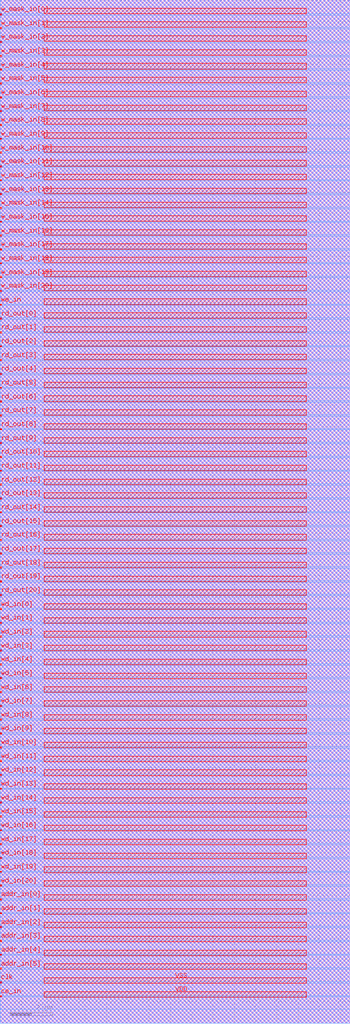
<source format=lef>
VERSION 5.7 ;
BUSBITCHARS "[]" ;
MACRO fakeram45_64x21
  FOREIGN fakeram45_64x21 0 0 ;
  SYMMETRY X Y R90 ;
  SIZE 16.446 BY 48.023 ;
  CLASS BLOCK ;
  PIN w_mask_in[0]
    DIRECTION INPUT ;
    USE SIGNAL ;
    SHAPE ABUTMENT ;
    PORT
      LAYER metal1 ;
      RECT 0.000 47.308 0.065 47.373 ;
      LAYER metal2 ;
      RECT 0.000 47.308 0.065 47.373 ;
      LAYER metal3 ;
      RECT 0.000 47.308 0.065 47.373 ;
      LAYER metal4 ;
      RECT 0.000 47.308 0.065 47.373 ;
      END
    END w_mask_in[0]
  PIN w_mask_in[1]
    DIRECTION INPUT ;
    USE SIGNAL ;
    SHAPE ABUTMENT ;
    PORT
      LAYER metal1 ;
      RECT 0.000 46.659 0.065 46.724 ;
      LAYER metal2 ;
      RECT 0.000 46.659 0.065 46.724 ;
      LAYER metal3 ;
      RECT 0.000 46.659 0.065 46.724 ;
      LAYER metal4 ;
      RECT 0.000 46.659 0.065 46.724 ;
      END
    END w_mask_in[1]
  PIN w_mask_in[2]
    DIRECTION INPUT ;
    USE SIGNAL ;
    SHAPE ABUTMENT ;
    PORT
      LAYER metal1 ;
      RECT 0.000 46.010 0.065 46.075 ;
      LAYER metal2 ;
      RECT 0.000 46.010 0.065 46.075 ;
      LAYER metal3 ;
      RECT 0.000 46.010 0.065 46.075 ;
      LAYER metal4 ;
      RECT 0.000 46.010 0.065 46.075 ;
      END
    END w_mask_in[2]
  PIN w_mask_in[3]
    DIRECTION INPUT ;
    USE SIGNAL ;
    SHAPE ABUTMENT ;
    PORT
      LAYER metal1 ;
      RECT 0.000 45.361 0.065 45.426 ;
      LAYER metal2 ;
      RECT 0.000 45.361 0.065 45.426 ;
      LAYER metal3 ;
      RECT 0.000 45.361 0.065 45.426 ;
      LAYER metal4 ;
      RECT 0.000 45.361 0.065 45.426 ;
      END
    END w_mask_in[3]
  PIN w_mask_in[4]
    DIRECTION INPUT ;
    USE SIGNAL ;
    SHAPE ABUTMENT ;
    PORT
      LAYER metal1 ;
      RECT 0.000 44.712 0.065 44.777 ;
      LAYER metal2 ;
      RECT 0.000 44.712 0.065 44.777 ;
      LAYER metal3 ;
      RECT 0.000 44.712 0.065 44.777 ;
      LAYER metal4 ;
      RECT 0.000 44.712 0.065 44.777 ;
      END
    END w_mask_in[4]
  PIN w_mask_in[5]
    DIRECTION INPUT ;
    USE SIGNAL ;
    SHAPE ABUTMENT ;
    PORT
      LAYER metal1 ;
      RECT 0.000 44.063 0.065 44.128 ;
      LAYER metal2 ;
      RECT 0.000 44.063 0.065 44.128 ;
      LAYER metal3 ;
      RECT 0.000 44.063 0.065 44.128 ;
      LAYER metal4 ;
      RECT 0.000 44.063 0.065 44.128 ;
      END
    END w_mask_in[5]
  PIN w_mask_in[6]
    DIRECTION INPUT ;
    USE SIGNAL ;
    SHAPE ABUTMENT ;
    PORT
      LAYER metal1 ;
      RECT 0.000 43.414 0.065 43.479 ;
      LAYER metal2 ;
      RECT 0.000 43.414 0.065 43.479 ;
      LAYER metal3 ;
      RECT 0.000 43.414 0.065 43.479 ;
      LAYER metal4 ;
      RECT 0.000 43.414 0.065 43.479 ;
      END
    END w_mask_in[6]
  PIN w_mask_in[7]
    DIRECTION INPUT ;
    USE SIGNAL ;
    SHAPE ABUTMENT ;
    PORT
      LAYER metal1 ;
      RECT 0.000 42.765 0.065 42.830 ;
      LAYER metal2 ;
      RECT 0.000 42.765 0.065 42.830 ;
      LAYER metal3 ;
      RECT 0.000 42.765 0.065 42.830 ;
      LAYER metal4 ;
      RECT 0.000 42.765 0.065 42.830 ;
      END
    END w_mask_in[7]
  PIN w_mask_in[8]
    DIRECTION INPUT ;
    USE SIGNAL ;
    SHAPE ABUTMENT ;
    PORT
      LAYER metal1 ;
      RECT 0.000 42.117 0.065 42.182 ;
      LAYER metal2 ;
      RECT 0.000 42.117 0.065 42.182 ;
      LAYER metal3 ;
      RECT 0.000 42.117 0.065 42.182 ;
      LAYER metal4 ;
      RECT 0.000 42.117 0.065 42.182 ;
      END
    END w_mask_in[8]
  PIN w_mask_in[9]
    DIRECTION INPUT ;
    USE SIGNAL ;
    SHAPE ABUTMENT ;
    PORT
      LAYER metal1 ;
      RECT 0.000 41.468 0.065 41.533 ;
      LAYER metal2 ;
      RECT 0.000 41.468 0.065 41.533 ;
      LAYER metal3 ;
      RECT 0.000 41.468 0.065 41.533 ;
      LAYER metal4 ;
      RECT 0.000 41.468 0.065 41.533 ;
      END
    END w_mask_in[9]
  PIN w_mask_in[10]
    DIRECTION INPUT ;
    USE SIGNAL ;
    SHAPE ABUTMENT ;
    PORT
      LAYER metal1 ;
      RECT 0.000 40.819 0.065 40.884 ;
      LAYER metal2 ;
      RECT 0.000 40.819 0.065 40.884 ;
      LAYER metal3 ;
      RECT 0.000 40.819 0.065 40.884 ;
      LAYER metal4 ;
      RECT 0.000 40.819 0.065 40.884 ;
      END
    END w_mask_in[10]
  PIN w_mask_in[11]
    DIRECTION INPUT ;
    USE SIGNAL ;
    SHAPE ABUTMENT ;
    PORT
      LAYER metal1 ;
      RECT 0.000 40.170 0.065 40.235 ;
      LAYER metal2 ;
      RECT 0.000 40.170 0.065 40.235 ;
      LAYER metal3 ;
      RECT 0.000 40.170 0.065 40.235 ;
      LAYER metal4 ;
      RECT 0.000 40.170 0.065 40.235 ;
      END
    END w_mask_in[11]
  PIN w_mask_in[12]
    DIRECTION INPUT ;
    USE SIGNAL ;
    SHAPE ABUTMENT ;
    PORT
      LAYER metal1 ;
      RECT 0.000 39.521 0.065 39.586 ;
      LAYER metal2 ;
      RECT 0.000 39.521 0.065 39.586 ;
      LAYER metal3 ;
      RECT 0.000 39.521 0.065 39.586 ;
      LAYER metal4 ;
      RECT 0.000 39.521 0.065 39.586 ;
      END
    END w_mask_in[12]
  PIN w_mask_in[13]
    DIRECTION INPUT ;
    USE SIGNAL ;
    SHAPE ABUTMENT ;
    PORT
      LAYER metal1 ;
      RECT 0.000 38.872 0.065 38.937 ;
      LAYER metal2 ;
      RECT 0.000 38.872 0.065 38.937 ;
      LAYER metal3 ;
      RECT 0.000 38.872 0.065 38.937 ;
      LAYER metal4 ;
      RECT 0.000 38.872 0.065 38.937 ;
      END
    END w_mask_in[13]
  PIN w_mask_in[14]
    DIRECTION INPUT ;
    USE SIGNAL ;
    SHAPE ABUTMENT ;
    PORT
      LAYER metal1 ;
      RECT 0.000 38.223 0.065 38.288 ;
      LAYER metal2 ;
      RECT 0.000 38.223 0.065 38.288 ;
      LAYER metal3 ;
      RECT 0.000 38.223 0.065 38.288 ;
      LAYER metal4 ;
      RECT 0.000 38.223 0.065 38.288 ;
      END
    END w_mask_in[14]
  PIN w_mask_in[15]
    DIRECTION INPUT ;
    USE SIGNAL ;
    SHAPE ABUTMENT ;
    PORT
      LAYER metal1 ;
      RECT 0.000 37.574 0.065 37.639 ;
      LAYER metal2 ;
      RECT 0.000 37.574 0.065 37.639 ;
      LAYER metal3 ;
      RECT 0.000 37.574 0.065 37.639 ;
      LAYER metal4 ;
      RECT 0.000 37.574 0.065 37.639 ;
      END
    END w_mask_in[15]
  PIN w_mask_in[16]
    DIRECTION INPUT ;
    USE SIGNAL ;
    SHAPE ABUTMENT ;
    PORT
      LAYER metal1 ;
      RECT 0.000 36.925 0.065 36.990 ;
      LAYER metal2 ;
      RECT 0.000 36.925 0.065 36.990 ;
      LAYER metal3 ;
      RECT 0.000 36.925 0.065 36.990 ;
      LAYER metal4 ;
      RECT 0.000 36.925 0.065 36.990 ;
      END
    END w_mask_in[16]
  PIN w_mask_in[17]
    DIRECTION INPUT ;
    USE SIGNAL ;
    SHAPE ABUTMENT ;
    PORT
      LAYER metal1 ;
      RECT 0.000 36.276 0.065 36.341 ;
      LAYER metal2 ;
      RECT 0.000 36.276 0.065 36.341 ;
      LAYER metal3 ;
      RECT 0.000 36.276 0.065 36.341 ;
      LAYER metal4 ;
      RECT 0.000 36.276 0.065 36.341 ;
      END
    END w_mask_in[17]
  PIN w_mask_in[18]
    DIRECTION INPUT ;
    USE SIGNAL ;
    SHAPE ABUTMENT ;
    PORT
      LAYER metal1 ;
      RECT 0.000 35.627 0.065 35.692 ;
      LAYER metal2 ;
      RECT 0.000 35.627 0.065 35.692 ;
      LAYER metal3 ;
      RECT 0.000 35.627 0.065 35.692 ;
      LAYER metal4 ;
      RECT 0.000 35.627 0.065 35.692 ;
      END
    END w_mask_in[18]
  PIN w_mask_in[19]
    DIRECTION INPUT ;
    USE SIGNAL ;
    SHAPE ABUTMENT ;
    PORT
      LAYER metal1 ;
      RECT 0.000 34.978 0.065 35.043 ;
      LAYER metal2 ;
      RECT 0.000 34.978 0.065 35.043 ;
      LAYER metal3 ;
      RECT 0.000 34.978 0.065 35.043 ;
      LAYER metal4 ;
      RECT 0.000 34.978 0.065 35.043 ;
      END
    END w_mask_in[19]
  PIN w_mask_in[20]
    DIRECTION INPUT ;
    USE SIGNAL ;
    SHAPE ABUTMENT ;
    PORT
      LAYER metal1 ;
      RECT 0.000 34.329 0.065 34.394 ;
      LAYER metal2 ;
      RECT 0.000 34.329 0.065 34.394 ;
      LAYER metal3 ;
      RECT 0.000 34.329 0.065 34.394 ;
      LAYER metal4 ;
      RECT 0.000 34.329 0.065 34.394 ;
      END
    END w_mask_in[20]
  PIN we_in
    DIRECTION INPUT ;
    USE SIGNAL ;
    SHAPE ABUTMENT ;
    PORT
      LAYER metal1 ;
      RECT 0.000 33.680 0.065 33.745 ;
      LAYER metal2 ;
      RECT 0.000 33.680 0.065 33.745 ;
      LAYER metal3 ;
      RECT 0.000 33.680 0.065 33.745 ;
      LAYER metal4 ;
      RECT 0.000 33.680 0.065 33.745 ;
      END
    END we_in
  PIN rd_out[0]
    DIRECTION OUTPUT ;
    USE SIGNAL ;
    SHAPE ABUTMENT ;
    PORT
      LAYER metal1 ;
      RECT 0.000 33.032 0.065 33.097 ;
      LAYER metal2 ;
      RECT 0.000 33.032 0.065 33.097 ;
      LAYER metal3 ;
      RECT 0.000 33.032 0.065 33.097 ;
      LAYER metal4 ;
      RECT 0.000 33.032 0.065 33.097 ;
      END
    END rd_out[0]
  PIN rd_out[1]
    DIRECTION OUTPUT ;
    USE SIGNAL ;
    SHAPE ABUTMENT ;
    PORT
      LAYER metal1 ;
      RECT 0.000 32.383 0.065 32.448 ;
      LAYER metal2 ;
      RECT 0.000 32.383 0.065 32.448 ;
      LAYER metal3 ;
      RECT 0.000 32.383 0.065 32.448 ;
      LAYER metal4 ;
      RECT 0.000 32.383 0.065 32.448 ;
      END
    END rd_out[1]
  PIN rd_out[2]
    DIRECTION OUTPUT ;
    USE SIGNAL ;
    SHAPE ABUTMENT ;
    PORT
      LAYER metal1 ;
      RECT 0.000 31.734 0.065 31.799 ;
      LAYER metal2 ;
      RECT 0.000 31.734 0.065 31.799 ;
      LAYER metal3 ;
      RECT 0.000 31.734 0.065 31.799 ;
      LAYER metal4 ;
      RECT 0.000 31.734 0.065 31.799 ;
      END
    END rd_out[2]
  PIN rd_out[3]
    DIRECTION OUTPUT ;
    USE SIGNAL ;
    SHAPE ABUTMENT ;
    PORT
      LAYER metal1 ;
      RECT 0.000 31.085 0.065 31.150 ;
      LAYER metal2 ;
      RECT 0.000 31.085 0.065 31.150 ;
      LAYER metal3 ;
      RECT 0.000 31.085 0.065 31.150 ;
      LAYER metal4 ;
      RECT 0.000 31.085 0.065 31.150 ;
      END
    END rd_out[3]
  PIN rd_out[4]
    DIRECTION OUTPUT ;
    USE SIGNAL ;
    SHAPE ABUTMENT ;
    PORT
      LAYER metal1 ;
      RECT 0.000 30.436 0.065 30.501 ;
      LAYER metal2 ;
      RECT 0.000 30.436 0.065 30.501 ;
      LAYER metal3 ;
      RECT 0.000 30.436 0.065 30.501 ;
      LAYER metal4 ;
      RECT 0.000 30.436 0.065 30.501 ;
      END
    END rd_out[4]
  PIN rd_out[5]
    DIRECTION OUTPUT ;
    USE SIGNAL ;
    SHAPE ABUTMENT ;
    PORT
      LAYER metal1 ;
      RECT 0.000 29.787 0.065 29.852 ;
      LAYER metal2 ;
      RECT 0.000 29.787 0.065 29.852 ;
      LAYER metal3 ;
      RECT 0.000 29.787 0.065 29.852 ;
      LAYER metal4 ;
      RECT 0.000 29.787 0.065 29.852 ;
      END
    END rd_out[5]
  PIN rd_out[6]
    DIRECTION OUTPUT ;
    USE SIGNAL ;
    SHAPE ABUTMENT ;
    PORT
      LAYER metal1 ;
      RECT 0.000 29.138 0.065 29.203 ;
      LAYER metal2 ;
      RECT 0.000 29.138 0.065 29.203 ;
      LAYER metal3 ;
      RECT 0.000 29.138 0.065 29.203 ;
      LAYER metal4 ;
      RECT 0.000 29.138 0.065 29.203 ;
      END
    END rd_out[6]
  PIN rd_out[7]
    DIRECTION OUTPUT ;
    USE SIGNAL ;
    SHAPE ABUTMENT ;
    PORT
      LAYER metal1 ;
      RECT 0.000 28.489 0.065 28.554 ;
      LAYER metal2 ;
      RECT 0.000 28.489 0.065 28.554 ;
      LAYER metal3 ;
      RECT 0.000 28.489 0.065 28.554 ;
      LAYER metal4 ;
      RECT 0.000 28.489 0.065 28.554 ;
      END
    END rd_out[7]
  PIN rd_out[8]
    DIRECTION OUTPUT ;
    USE SIGNAL ;
    SHAPE ABUTMENT ;
    PORT
      LAYER metal1 ;
      RECT 0.000 27.840 0.065 27.905 ;
      LAYER metal2 ;
      RECT 0.000 27.840 0.065 27.905 ;
      LAYER metal3 ;
      RECT 0.000 27.840 0.065 27.905 ;
      LAYER metal4 ;
      RECT 0.000 27.840 0.065 27.905 ;
      END
    END rd_out[8]
  PIN rd_out[9]
    DIRECTION OUTPUT ;
    USE SIGNAL ;
    SHAPE ABUTMENT ;
    PORT
      LAYER metal1 ;
      RECT 0.000 27.191 0.065 27.256 ;
      LAYER metal2 ;
      RECT 0.000 27.191 0.065 27.256 ;
      LAYER metal3 ;
      RECT 0.000 27.191 0.065 27.256 ;
      LAYER metal4 ;
      RECT 0.000 27.191 0.065 27.256 ;
      END
    END rd_out[9]
  PIN rd_out[10]
    DIRECTION OUTPUT ;
    USE SIGNAL ;
    SHAPE ABUTMENT ;
    PORT
      LAYER metal1 ;
      RECT 0.000 26.542 0.065 26.607 ;
      LAYER metal2 ;
      RECT 0.000 26.542 0.065 26.607 ;
      LAYER metal3 ;
      RECT 0.000 26.542 0.065 26.607 ;
      LAYER metal4 ;
      RECT 0.000 26.542 0.065 26.607 ;
      END
    END rd_out[10]
  PIN rd_out[11]
    DIRECTION OUTPUT ;
    USE SIGNAL ;
    SHAPE ABUTMENT ;
    PORT
      LAYER metal1 ;
      RECT 0.000 25.893 0.065 25.958 ;
      LAYER metal2 ;
      RECT 0.000 25.893 0.065 25.958 ;
      LAYER metal3 ;
      RECT 0.000 25.893 0.065 25.958 ;
      LAYER metal4 ;
      RECT 0.000 25.893 0.065 25.958 ;
      END
    END rd_out[11]
  PIN rd_out[12]
    DIRECTION OUTPUT ;
    USE SIGNAL ;
    SHAPE ABUTMENT ;
    PORT
      LAYER metal1 ;
      RECT 0.000 25.244 0.065 25.309 ;
      LAYER metal2 ;
      RECT 0.000 25.244 0.065 25.309 ;
      LAYER metal3 ;
      RECT 0.000 25.244 0.065 25.309 ;
      LAYER metal4 ;
      RECT 0.000 25.244 0.065 25.309 ;
      END
    END rd_out[12]
  PIN rd_out[13]
    DIRECTION OUTPUT ;
    USE SIGNAL ;
    SHAPE ABUTMENT ;
    PORT
      LAYER metal1 ;
      RECT 0.000 24.595 0.065 24.660 ;
      LAYER metal2 ;
      RECT 0.000 24.595 0.065 24.660 ;
      LAYER metal3 ;
      RECT 0.000 24.595 0.065 24.660 ;
      LAYER metal4 ;
      RECT 0.000 24.595 0.065 24.660 ;
      END
    END rd_out[13]
  PIN rd_out[14]
    DIRECTION OUTPUT ;
    USE SIGNAL ;
    SHAPE ABUTMENT ;
    PORT
      LAYER metal1 ;
      RECT 0.000 23.946 0.065 24.011 ;
      LAYER metal2 ;
      RECT 0.000 23.946 0.065 24.011 ;
      LAYER metal3 ;
      RECT 0.000 23.946 0.065 24.011 ;
      LAYER metal4 ;
      RECT 0.000 23.946 0.065 24.011 ;
      END
    END rd_out[14]
  PIN rd_out[15]
    DIRECTION OUTPUT ;
    USE SIGNAL ;
    SHAPE ABUTMENT ;
    PORT
      LAYER metal1 ;
      RECT 0.000 23.298 0.065 23.363 ;
      LAYER metal2 ;
      RECT 0.000 23.298 0.065 23.363 ;
      LAYER metal3 ;
      RECT 0.000 23.298 0.065 23.363 ;
      LAYER metal4 ;
      RECT 0.000 23.298 0.065 23.363 ;
      END
    END rd_out[15]
  PIN rd_out[16]
    DIRECTION OUTPUT ;
    USE SIGNAL ;
    SHAPE ABUTMENT ;
    PORT
      LAYER metal1 ;
      RECT 0.000 22.649 0.065 22.714 ;
      LAYER metal2 ;
      RECT 0.000 22.649 0.065 22.714 ;
      LAYER metal3 ;
      RECT 0.000 22.649 0.065 22.714 ;
      LAYER metal4 ;
      RECT 0.000 22.649 0.065 22.714 ;
      END
    END rd_out[16]
  PIN rd_out[17]
    DIRECTION OUTPUT ;
    USE SIGNAL ;
    SHAPE ABUTMENT ;
    PORT
      LAYER metal1 ;
      RECT 0.000 22.000 0.065 22.065 ;
      LAYER metal2 ;
      RECT 0.000 22.000 0.065 22.065 ;
      LAYER metal3 ;
      RECT 0.000 22.000 0.065 22.065 ;
      LAYER metal4 ;
      RECT 0.000 22.000 0.065 22.065 ;
      END
    END rd_out[17]
  PIN rd_out[18]
    DIRECTION OUTPUT ;
    USE SIGNAL ;
    SHAPE ABUTMENT ;
    PORT
      LAYER metal1 ;
      RECT 0.000 21.351 0.065 21.416 ;
      LAYER metal2 ;
      RECT 0.000 21.351 0.065 21.416 ;
      LAYER metal3 ;
      RECT 0.000 21.351 0.065 21.416 ;
      LAYER metal4 ;
      RECT 0.000 21.351 0.065 21.416 ;
      END
    END rd_out[18]
  PIN rd_out[19]
    DIRECTION OUTPUT ;
    USE SIGNAL ;
    SHAPE ABUTMENT ;
    PORT
      LAYER metal1 ;
      RECT 0.000 20.702 0.065 20.767 ;
      LAYER metal2 ;
      RECT 0.000 20.702 0.065 20.767 ;
      LAYER metal3 ;
      RECT 0.000 20.702 0.065 20.767 ;
      LAYER metal4 ;
      RECT 0.000 20.702 0.065 20.767 ;
      END
    END rd_out[19]
  PIN rd_out[20]
    DIRECTION OUTPUT ;
    USE SIGNAL ;
    SHAPE ABUTMENT ;
    PORT
      LAYER metal1 ;
      RECT 0.000 20.053 0.065 20.118 ;
      LAYER metal2 ;
      RECT 0.000 20.053 0.065 20.118 ;
      LAYER metal3 ;
      RECT 0.000 20.053 0.065 20.118 ;
      LAYER metal4 ;
      RECT 0.000 20.053 0.065 20.118 ;
      END
    END rd_out[20]
  PIN wd_in[0]
    DIRECTION INPUT ;
    USE SIGNAL ;
    SHAPE ABUTMENT ;
    PORT
      LAYER metal1 ;
      RECT 0.000 19.404 0.065 19.469 ;
      LAYER metal2 ;
      RECT 0.000 19.404 0.065 19.469 ;
      LAYER metal3 ;
      RECT 0.000 19.404 0.065 19.469 ;
      LAYER metal4 ;
      RECT 0.000 19.404 0.065 19.469 ;
      END
    END wd_in[0]
  PIN wd_in[1]
    DIRECTION INPUT ;
    USE SIGNAL ;
    SHAPE ABUTMENT ;
    PORT
      LAYER metal1 ;
      RECT 0.000 18.755 0.065 18.820 ;
      LAYER metal2 ;
      RECT 0.000 18.755 0.065 18.820 ;
      LAYER metal3 ;
      RECT 0.000 18.755 0.065 18.820 ;
      LAYER metal4 ;
      RECT 0.000 18.755 0.065 18.820 ;
      END
    END wd_in[1]
  PIN wd_in[2]
    DIRECTION INPUT ;
    USE SIGNAL ;
    SHAPE ABUTMENT ;
    PORT
      LAYER metal1 ;
      RECT 0.000 18.106 0.065 18.171 ;
      LAYER metal2 ;
      RECT 0.000 18.106 0.065 18.171 ;
      LAYER metal3 ;
      RECT 0.000 18.106 0.065 18.171 ;
      LAYER metal4 ;
      RECT 0.000 18.106 0.065 18.171 ;
      END
    END wd_in[2]
  PIN wd_in[3]
    DIRECTION INPUT ;
    USE SIGNAL ;
    SHAPE ABUTMENT ;
    PORT
      LAYER metal1 ;
      RECT 0.000 17.457 0.065 17.522 ;
      LAYER metal2 ;
      RECT 0.000 17.457 0.065 17.522 ;
      LAYER metal3 ;
      RECT 0.000 17.457 0.065 17.522 ;
      LAYER metal4 ;
      RECT 0.000 17.457 0.065 17.522 ;
      END
    END wd_in[3]
  PIN wd_in[4]
    DIRECTION INPUT ;
    USE SIGNAL ;
    SHAPE ABUTMENT ;
    PORT
      LAYER metal1 ;
      RECT 0.000 16.808 0.065 16.873 ;
      LAYER metal2 ;
      RECT 0.000 16.808 0.065 16.873 ;
      LAYER metal3 ;
      RECT 0.000 16.808 0.065 16.873 ;
      LAYER metal4 ;
      RECT 0.000 16.808 0.065 16.873 ;
      END
    END wd_in[4]
  PIN wd_in[5]
    DIRECTION INPUT ;
    USE SIGNAL ;
    SHAPE ABUTMENT ;
    PORT
      LAYER metal1 ;
      RECT 0.000 16.159 0.065 16.224 ;
      LAYER metal2 ;
      RECT 0.000 16.159 0.065 16.224 ;
      LAYER metal3 ;
      RECT 0.000 16.159 0.065 16.224 ;
      LAYER metal4 ;
      RECT 0.000 16.159 0.065 16.224 ;
      END
    END wd_in[5]
  PIN wd_in[6]
    DIRECTION INPUT ;
    USE SIGNAL ;
    SHAPE ABUTMENT ;
    PORT
      LAYER metal1 ;
      RECT 0.000 15.510 0.065 15.575 ;
      LAYER metal2 ;
      RECT 0.000 15.510 0.065 15.575 ;
      LAYER metal3 ;
      RECT 0.000 15.510 0.065 15.575 ;
      LAYER metal4 ;
      RECT 0.000 15.510 0.065 15.575 ;
      END
    END wd_in[6]
  PIN wd_in[7]
    DIRECTION INPUT ;
    USE SIGNAL ;
    SHAPE ABUTMENT ;
    PORT
      LAYER metal1 ;
      RECT 0.000 14.861 0.065 14.926 ;
      LAYER metal2 ;
      RECT 0.000 14.861 0.065 14.926 ;
      LAYER metal3 ;
      RECT 0.000 14.861 0.065 14.926 ;
      LAYER metal4 ;
      RECT 0.000 14.861 0.065 14.926 ;
      END
    END wd_in[7]
  PIN wd_in[8]
    DIRECTION INPUT ;
    USE SIGNAL ;
    SHAPE ABUTMENT ;
    PORT
      LAYER metal1 ;
      RECT 0.000 14.213 0.065 14.278 ;
      LAYER metal2 ;
      RECT 0.000 14.213 0.065 14.278 ;
      LAYER metal3 ;
      RECT 0.000 14.213 0.065 14.278 ;
      LAYER metal4 ;
      RECT 0.000 14.213 0.065 14.278 ;
      END
    END wd_in[8]
  PIN wd_in[9]
    DIRECTION INPUT ;
    USE SIGNAL ;
    SHAPE ABUTMENT ;
    PORT
      LAYER metal1 ;
      RECT 0.000 13.564 0.065 13.629 ;
      LAYER metal2 ;
      RECT 0.000 13.564 0.065 13.629 ;
      LAYER metal3 ;
      RECT 0.000 13.564 0.065 13.629 ;
      LAYER metal4 ;
      RECT 0.000 13.564 0.065 13.629 ;
      END
    END wd_in[9]
  PIN wd_in[10]
    DIRECTION INPUT ;
    USE SIGNAL ;
    SHAPE ABUTMENT ;
    PORT
      LAYER metal1 ;
      RECT 0.000 12.915 0.065 12.980 ;
      LAYER metal2 ;
      RECT 0.000 12.915 0.065 12.980 ;
      LAYER metal3 ;
      RECT 0.000 12.915 0.065 12.980 ;
      LAYER metal4 ;
      RECT 0.000 12.915 0.065 12.980 ;
      END
    END wd_in[10]
  PIN wd_in[11]
    DIRECTION INPUT ;
    USE SIGNAL ;
    SHAPE ABUTMENT ;
    PORT
      LAYER metal1 ;
      RECT 0.000 12.266 0.065 12.331 ;
      LAYER metal2 ;
      RECT 0.000 12.266 0.065 12.331 ;
      LAYER metal3 ;
      RECT 0.000 12.266 0.065 12.331 ;
      LAYER metal4 ;
      RECT 0.000 12.266 0.065 12.331 ;
      END
    END wd_in[11]
  PIN wd_in[12]
    DIRECTION INPUT ;
    USE SIGNAL ;
    SHAPE ABUTMENT ;
    PORT
      LAYER metal1 ;
      RECT 0.000 11.617 0.065 11.682 ;
      LAYER metal2 ;
      RECT 0.000 11.617 0.065 11.682 ;
      LAYER metal3 ;
      RECT 0.000 11.617 0.065 11.682 ;
      LAYER metal4 ;
      RECT 0.000 11.617 0.065 11.682 ;
      END
    END wd_in[12]
  PIN wd_in[13]
    DIRECTION INPUT ;
    USE SIGNAL ;
    SHAPE ABUTMENT ;
    PORT
      LAYER metal1 ;
      RECT 0.000 10.968 0.065 11.033 ;
      LAYER metal2 ;
      RECT 0.000 10.968 0.065 11.033 ;
      LAYER metal3 ;
      RECT 0.000 10.968 0.065 11.033 ;
      LAYER metal4 ;
      RECT 0.000 10.968 0.065 11.033 ;
      END
    END wd_in[13]
  PIN wd_in[14]
    DIRECTION INPUT ;
    USE SIGNAL ;
    SHAPE ABUTMENT ;
    PORT
      LAYER metal1 ;
      RECT 0.000 10.319 0.065 10.384 ;
      LAYER metal2 ;
      RECT 0.000 10.319 0.065 10.384 ;
      LAYER metal3 ;
      RECT 0.000 10.319 0.065 10.384 ;
      LAYER metal4 ;
      RECT 0.000 10.319 0.065 10.384 ;
      END
    END wd_in[14]
  PIN wd_in[15]
    DIRECTION INPUT ;
    USE SIGNAL ;
    SHAPE ABUTMENT ;
    PORT
      LAYER metal1 ;
      RECT 0.000 9.670 0.065 9.735 ;
      LAYER metal2 ;
      RECT 0.000 9.670 0.065 9.735 ;
      LAYER metal3 ;
      RECT 0.000 9.670 0.065 9.735 ;
      LAYER metal4 ;
      RECT 0.000 9.670 0.065 9.735 ;
      END
    END wd_in[15]
  PIN wd_in[16]
    DIRECTION INPUT ;
    USE SIGNAL ;
    SHAPE ABUTMENT ;
    PORT
      LAYER metal1 ;
      RECT 0.000 9.021 0.065 9.086 ;
      LAYER metal2 ;
      RECT 0.000 9.021 0.065 9.086 ;
      LAYER metal3 ;
      RECT 0.000 9.021 0.065 9.086 ;
      LAYER metal4 ;
      RECT 0.000 9.021 0.065 9.086 ;
      END
    END wd_in[16]
  PIN wd_in[17]
    DIRECTION INPUT ;
    USE SIGNAL ;
    SHAPE ABUTMENT ;
    PORT
      LAYER metal1 ;
      RECT 0.000 8.372 0.065 8.437 ;
      LAYER metal2 ;
      RECT 0.000 8.372 0.065 8.437 ;
      LAYER metal3 ;
      RECT 0.000 8.372 0.065 8.437 ;
      LAYER metal4 ;
      RECT 0.000 8.372 0.065 8.437 ;
      END
    END wd_in[17]
  PIN wd_in[18]
    DIRECTION INPUT ;
    USE SIGNAL ;
    SHAPE ABUTMENT ;
    PORT
      LAYER metal1 ;
      RECT 0.000 7.723 0.065 7.788 ;
      LAYER metal2 ;
      RECT 0.000 7.723 0.065 7.788 ;
      LAYER metal3 ;
      RECT 0.000 7.723 0.065 7.788 ;
      LAYER metal4 ;
      RECT 0.000 7.723 0.065 7.788 ;
      END
    END wd_in[18]
  PIN wd_in[19]
    DIRECTION INPUT ;
    USE SIGNAL ;
    SHAPE ABUTMENT ;
    PORT
      LAYER metal1 ;
      RECT 0.000 7.074 0.065 7.139 ;
      LAYER metal2 ;
      RECT 0.000 7.074 0.065 7.139 ;
      LAYER metal3 ;
      RECT 0.000 7.074 0.065 7.139 ;
      LAYER metal4 ;
      RECT 0.000 7.074 0.065 7.139 ;
      END
    END wd_in[19]
  PIN wd_in[20]
    DIRECTION INPUT ;
    USE SIGNAL ;
    SHAPE ABUTMENT ;
    PORT
      LAYER metal1 ;
      RECT 0.000 6.425 0.065 6.490 ;
      LAYER metal2 ;
      RECT 0.000 6.425 0.065 6.490 ;
      LAYER metal3 ;
      RECT 0.000 6.425 0.065 6.490 ;
      LAYER metal4 ;
      RECT 0.000 6.425 0.065 6.490 ;
      END
    END wd_in[20]
  PIN addr_in[0]
    DIRECTION INPUT ;
    USE SIGNAL ;
    SHAPE ABUTMENT ;
    PORT
      LAYER metal1 ;
      RECT 0.000 5.776 0.065 5.841 ;
      LAYER metal2 ;
      RECT 0.000 5.776 0.065 5.841 ;
      LAYER metal3 ;
      RECT 0.000 5.776 0.065 5.841 ;
      LAYER metal4 ;
      RECT 0.000 5.776 0.065 5.841 ;
      END
    END addr_in[0]
  PIN addr_in[1]
    DIRECTION INPUT ;
    USE SIGNAL ;
    SHAPE ABUTMENT ;
    PORT
      LAYER metal1 ;
      RECT 0.000 5.128 0.065 5.193 ;
      LAYER metal2 ;
      RECT 0.000 5.128 0.065 5.193 ;
      LAYER metal3 ;
      RECT 0.000 5.128 0.065 5.193 ;
      LAYER metal4 ;
      RECT 0.000 5.128 0.065 5.193 ;
      END
    END addr_in[1]
  PIN addr_in[2]
    DIRECTION INPUT ;
    USE SIGNAL ;
    SHAPE ABUTMENT ;
    PORT
      LAYER metal1 ;
      RECT 0.000 4.479 0.065 4.544 ;
      LAYER metal2 ;
      RECT 0.000 4.479 0.065 4.544 ;
      LAYER metal3 ;
      RECT 0.000 4.479 0.065 4.544 ;
      LAYER metal4 ;
      RECT 0.000 4.479 0.065 4.544 ;
      END
    END addr_in[2]
  PIN addr_in[3]
    DIRECTION INPUT ;
    USE SIGNAL ;
    SHAPE ABUTMENT ;
    PORT
      LAYER metal1 ;
      RECT 0.000 3.830 0.065 3.895 ;
      LAYER metal2 ;
      RECT 0.000 3.830 0.065 3.895 ;
      LAYER metal3 ;
      RECT 0.000 3.830 0.065 3.895 ;
      LAYER metal4 ;
      RECT 0.000 3.830 0.065 3.895 ;
      END
    END addr_in[3]
  PIN addr_in[4]
    DIRECTION INPUT ;
    USE SIGNAL ;
    SHAPE ABUTMENT ;
    PORT
      LAYER metal1 ;
      RECT 0.000 3.181 0.065 3.246 ;
      LAYER metal2 ;
      RECT 0.000 3.181 0.065 3.246 ;
      LAYER metal3 ;
      RECT 0.000 3.181 0.065 3.246 ;
      LAYER metal4 ;
      RECT 0.000 3.181 0.065 3.246 ;
      END
    END addr_in[4]
  PIN addr_in[5]
    DIRECTION INPUT ;
    USE SIGNAL ;
    SHAPE ABUTMENT ;
    PORT
      LAYER metal1 ;
      RECT 0.000 2.532 0.065 2.597 ;
      LAYER metal2 ;
      RECT 0.000 2.532 0.065 2.597 ;
      LAYER metal3 ;
      RECT 0.000 2.532 0.065 2.597 ;
      LAYER metal4 ;
      RECT 0.000 2.532 0.065 2.597 ;
      END
    END addr_in[5]
  PIN clk
    DIRECTION INPUT ;
    USE SIGNAL ;
    SHAPE ABUTMENT ;
    PORT
      LAYER metal1 ;
      RECT 0.000 1.883 0.065 1.948 ;
      LAYER metal2 ;
      RECT 0.000 1.883 0.065 1.948 ;
      LAYER metal3 ;
      RECT 0.000 1.883 0.065 1.948 ;
      LAYER metal4 ;
      RECT 0.000 1.883 0.065 1.948 ;
      END
    END clk
  PIN ce_in
    DIRECTION INPUT ;
    USE SIGNAL ;
    SHAPE ABUTMENT ;
    PORT
      LAYER metal1 ;
      RECT 0.000 1.234 0.065 1.299 ;
      LAYER metal2 ;
      RECT 0.000 1.234 0.065 1.299 ;
      LAYER metal3 ;
      RECT 0.000 1.234 0.065 1.299 ;
      LAYER metal4 ;
      RECT 0.000 1.234 0.065 1.299 ;
      END
    END ce_in
  PIN VSS
    DIRECTION INOUT ;
    USE GROUND ;
    PORT
      LAYER metal4 ;
      RECT 2.056 47.373 14.390 47.633 ;
      RECT 2.056 46.073 14.390 46.333 ;
      RECT 2.056 44.773 14.390 45.033 ;
      RECT 2.056 43.473 14.390 43.733 ;
      RECT 2.056 42.173 14.390 42.433 ;
      RECT 2.056 40.873 14.390 41.133 ;
      RECT 2.056 39.573 14.390 39.833 ;
      RECT 2.056 38.273 14.390 38.533 ;
      RECT 2.056 36.973 14.390 37.233 ;
      RECT 2.056 35.673 14.390 35.933 ;
      RECT 2.056 34.373 14.390 34.633 ;
      RECT 2.056 33.073 14.390 33.333 ;
      RECT 2.056 31.773 14.390 32.033 ;
      RECT 2.056 30.473 14.390 30.733 ;
      RECT 2.056 29.173 14.390 29.433 ;
      RECT 2.056 27.873 14.390 28.133 ;
      RECT 2.056 26.573 14.390 26.833 ;
      RECT 2.056 25.273 14.390 25.533 ;
      RECT 2.056 23.973 14.390 24.233 ;
      RECT 2.056 22.673 14.390 22.933 ;
      RECT 2.056 21.373 14.390 21.633 ;
      RECT 2.056 20.073 14.390 20.333 ;
      RECT 2.056 18.773 14.390 19.033 ;
      RECT 2.056 17.473 14.390 17.733 ;
      RECT 2.056 16.173 14.390 16.433 ;
      RECT 2.056 14.873 14.390 15.133 ;
      RECT 2.056 13.573 14.390 13.833 ;
      RECT 2.056 12.273 14.390 12.533 ;
      RECT 2.056 10.973 14.390 11.233 ;
      RECT 2.056 9.673 14.390 9.933 ;
      RECT 2.056 8.373 14.390 8.633 ;
      RECT 2.056 7.073 14.390 7.333 ;
      RECT 2.056 5.773 14.390 6.033 ;
      RECT 2.056 4.473 14.390 4.733 ;
      RECT 2.056 3.173 14.390 3.433 ;
      RECT 2.056 1.873 14.390 2.133 ;
      END
    END VSS
  PIN VDD
    DIRECTION INOUT ;
    USE POWER ;
    PORT
      LAYER metal4 ;
      RECT 2.056 46.723 14.390 46.983 ;
      RECT 2.056 45.423 14.390 45.683 ;
      RECT 2.056 44.123 14.390 44.383 ;
      RECT 2.056 42.823 14.390 43.083 ;
      RECT 2.056 41.523 14.390 41.783 ;
      RECT 2.056 40.223 14.390 40.483 ;
      RECT 2.056 38.923 14.390 39.183 ;
      RECT 2.056 37.623 14.390 37.883 ;
      RECT 2.056 36.323 14.390 36.583 ;
      RECT 2.056 35.023 14.390 35.283 ;
      RECT 2.056 33.723 14.390 33.983 ;
      RECT 2.056 32.423 14.390 32.683 ;
      RECT 2.056 31.123 14.390 31.383 ;
      RECT 2.056 29.823 14.390 30.083 ;
      RECT 2.056 28.523 14.390 28.783 ;
      RECT 2.056 27.223 14.390 27.483 ;
      RECT 2.056 25.923 14.390 26.183 ;
      RECT 2.056 24.623 14.390 24.883 ;
      RECT 2.056 23.323 14.390 23.583 ;
      RECT 2.056 22.023 14.390 22.283 ;
      RECT 2.056 20.723 14.390 20.983 ;
      RECT 2.056 19.423 14.390 19.683 ;
      RECT 2.056 18.123 14.390 18.383 ;
      RECT 2.056 16.823 14.390 17.083 ;
      RECT 2.056 15.523 14.390 15.783 ;
      RECT 2.056 14.223 14.390 14.483 ;
      RECT 2.056 12.923 14.390 13.183 ;
      RECT 2.056 11.623 14.390 11.883 ;
      RECT 2.056 10.323 14.390 10.583 ;
      RECT 2.056 9.023 14.390 9.283 ;
      RECT 2.056 7.723 14.390 7.983 ;
      RECT 2.056 6.423 14.390 6.683 ;
      RECT 2.056 5.123 14.390 5.383 ;
      RECT 2.056 3.823 14.390 4.083 ;
      RECT 2.056 2.523 14.390 2.783 ;
      RECT 2.056 1.223 14.390 1.483 ;
      END
    END VDD
  OBS
    LAYER metal1 ;
    RECT 0.000 48.023 16.446 47.373 ;
    RECT 0.065 47.373 16.446 47.308 ;
    RECT 0.000 47.308 16.446 46.724 ;
    RECT 0.065 46.724 16.446 46.659 ;
    RECT 0.000 46.659 16.446 46.075 ;
    RECT 0.065 46.075 16.446 46.010 ;
    RECT 0.000 46.010 16.446 45.426 ;
    RECT 0.065 45.426 16.446 45.361 ;
    RECT 0.000 45.361 16.446 44.777 ;
    RECT 0.065 44.777 16.446 44.712 ;
    RECT 0.000 44.712 16.446 44.128 ;
    RECT 0.065 44.128 16.446 44.063 ;
    RECT 0.000 44.063 16.446 43.479 ;
    RECT 0.065 43.479 16.446 43.414 ;
    RECT 0.000 43.414 16.446 42.830 ;
    RECT 0.065 42.830 16.446 42.765 ;
    RECT 0.000 42.765 16.446 42.182 ;
    RECT 0.065 42.182 16.446 42.117 ;
    RECT 0.000 42.117 16.446 41.533 ;
    RECT 0.065 41.533 16.446 41.468 ;
    RECT 0.000 41.468 16.446 40.884 ;
    RECT 0.065 40.884 16.446 40.819 ;
    RECT 0.000 40.819 16.446 40.235 ;
    RECT 0.065 40.235 16.446 40.170 ;
    RECT 0.000 40.170 16.446 39.586 ;
    RECT 0.065 39.586 16.446 39.521 ;
    RECT 0.000 39.521 16.446 38.937 ;
    RECT 0.065 38.937 16.446 38.872 ;
    RECT 0.000 38.872 16.446 38.288 ;
    RECT 0.065 38.288 16.446 38.223 ;
    RECT 0.000 38.223 16.446 37.639 ;
    RECT 0.065 37.639 16.446 37.574 ;
    RECT 0.000 37.574 16.446 36.990 ;
    RECT 0.065 36.990 16.446 36.925 ;
    RECT 0.000 36.925 16.446 36.341 ;
    RECT 0.065 36.341 16.446 36.276 ;
    RECT 0.000 36.276 16.446 35.692 ;
    RECT 0.065 35.692 16.446 35.627 ;
    RECT 0.000 35.627 16.446 35.043 ;
    RECT 0.065 35.043 16.446 34.978 ;
    RECT 0.000 34.978 16.446 34.394 ;
    RECT 0.065 34.394 16.446 34.329 ;
    RECT 0.000 34.329 16.446 33.745 ;
    RECT 0.065 33.745 16.446 33.680 ;
    RECT 0.000 33.680 16.446 33.097 ;
    RECT 0.065 33.097 16.446 33.032 ;
    RECT 0.000 33.032 16.446 32.448 ;
    RECT 0.065 32.448 16.446 32.383 ;
    RECT 0.000 32.383 16.446 31.799 ;
    RECT 0.065 31.799 16.446 31.734 ;
    RECT 0.000 31.734 16.446 31.150 ;
    RECT 0.065 31.150 16.446 31.085 ;
    RECT 0.000 31.085 16.446 30.501 ;
    RECT 0.065 30.501 16.446 30.436 ;
    RECT 0.000 30.436 16.446 29.852 ;
    RECT 0.065 29.852 16.446 29.787 ;
    RECT 0.000 29.787 16.446 29.203 ;
    RECT 0.065 29.203 16.446 29.138 ;
    RECT 0.000 29.138 16.446 28.554 ;
    RECT 0.065 28.554 16.446 28.489 ;
    RECT 0.000 28.489 16.446 27.905 ;
    RECT 0.065 27.905 16.446 27.840 ;
    RECT 0.000 27.840 16.446 27.256 ;
    RECT 0.065 27.256 16.446 27.191 ;
    RECT 0.000 27.191 16.446 26.607 ;
    RECT 0.065 26.607 16.446 26.542 ;
    RECT 0.000 26.542 16.446 25.958 ;
    RECT 0.065 25.958 16.446 25.893 ;
    RECT 0.000 25.893 16.446 25.309 ;
    RECT 0.065 25.309 16.446 25.244 ;
    RECT 0.000 25.244 16.446 24.660 ;
    RECT 0.065 24.660 16.446 24.595 ;
    RECT 0.000 24.595 16.446 24.011 ;
    RECT 0.065 24.011 16.446 23.946 ;
    RECT 0.000 23.946 16.446 23.363 ;
    RECT 0.065 23.363 16.446 23.298 ;
    RECT 0.000 23.298 16.446 22.714 ;
    RECT 0.065 22.714 16.446 22.649 ;
    RECT 0.000 22.649 16.446 22.065 ;
    RECT 0.065 22.065 16.446 22.000 ;
    RECT 0.000 22.000 16.446 21.416 ;
    RECT 0.065 21.416 16.446 21.351 ;
    RECT 0.000 21.351 16.446 20.767 ;
    RECT 0.065 20.767 16.446 20.702 ;
    RECT 0.000 20.702 16.446 20.118 ;
    RECT 0.065 20.118 16.446 20.053 ;
    RECT 0.000 20.053 16.446 19.469 ;
    RECT 0.065 19.469 16.446 19.404 ;
    RECT 0.000 19.404 16.446 18.820 ;
    RECT 0.065 18.820 16.446 18.755 ;
    RECT 0.000 18.755 16.446 18.171 ;
    RECT 0.065 18.171 16.446 18.106 ;
    RECT 0.000 18.106 16.446 17.522 ;
    RECT 0.065 17.522 16.446 17.457 ;
    RECT 0.000 17.457 16.446 16.873 ;
    RECT 0.065 16.873 16.446 16.808 ;
    RECT 0.000 16.808 16.446 16.224 ;
    RECT 0.065 16.224 16.446 16.159 ;
    RECT 0.000 16.159 16.446 15.575 ;
    RECT 0.065 15.575 16.446 15.510 ;
    RECT 0.000 15.510 16.446 14.926 ;
    RECT 0.065 14.926 16.446 14.861 ;
    RECT 0.000 14.861 16.446 14.278 ;
    RECT 0.065 14.278 16.446 14.213 ;
    RECT 0.000 14.213 16.446 13.629 ;
    RECT 0.065 13.629 16.446 13.564 ;
    RECT 0.000 13.564 16.446 12.980 ;
    RECT 0.065 12.980 16.446 12.915 ;
    RECT 0.000 12.915 16.446 12.331 ;
    RECT 0.065 12.331 16.446 12.266 ;
    RECT 0.000 12.266 16.446 11.682 ;
    RECT 0.065 11.682 16.446 11.617 ;
    RECT 0.000 11.617 16.446 11.033 ;
    RECT 0.065 11.033 16.446 10.968 ;
    RECT 0.000 10.968 16.446 10.384 ;
    RECT 0.065 10.384 16.446 10.319 ;
    RECT 0.000 10.319 16.446 9.735 ;
    RECT 0.065 9.735 16.446 9.670 ;
    RECT 0.000 9.670 16.446 9.086 ;
    RECT 0.065 9.086 16.446 9.021 ;
    RECT 0.000 9.021 16.446 8.437 ;
    RECT 0.065 8.437 16.446 8.372 ;
    RECT 0.000 8.372 16.446 7.788 ;
    RECT 0.065 7.788 16.446 7.723 ;
    RECT 0.000 7.723 16.446 7.139 ;
    RECT 0.065 7.139 16.446 7.074 ;
    RECT 0.000 7.074 16.446 6.490 ;
    RECT 0.065 6.490 16.446 6.425 ;
    RECT 0.000 6.425 16.446 5.841 ;
    RECT 0.065 5.841 16.446 5.776 ;
    RECT 0.000 5.776 16.446 5.193 ;
    RECT 0.065 5.193 16.446 5.128 ;
    RECT 0.000 5.128 16.446 4.544 ;
    RECT 0.065 4.544 16.446 4.479 ;
    RECT 0.000 4.479 16.446 3.895 ;
    RECT 0.065 3.895 16.446 3.830 ;
    RECT 0.000 3.830 16.446 3.246 ;
    RECT 0.065 3.246 16.446 3.181 ;
    RECT 0.000 3.181 16.446 2.597 ;
    RECT 0.065 2.597 16.446 2.532 ;
    RECT 0.000 2.532 16.446 1.948 ;
    RECT 0.065 1.948 16.446 1.883 ;
    RECT 0.000 1.883 16.446 1.299 ;
    RECT 0.065 1.299 16.446 1.234 ;
    RECT 0.000 1.234 16.446 0.650 ;
    RECT 0.000 0.650 16.446 0.000 ;
    LAYER metal2 ;
    RECT 0.000 48.023 16.446 47.373 ;
    RECT 0.065 47.373 16.446 47.308 ;
    RECT 0.000 47.308 16.446 46.724 ;
    RECT 0.065 46.724 16.446 46.659 ;
    RECT 0.000 46.659 16.446 46.075 ;
    RECT 0.065 46.075 16.446 46.010 ;
    RECT 0.000 46.010 16.446 45.426 ;
    RECT 0.065 45.426 16.446 45.361 ;
    RECT 0.000 45.361 16.446 44.777 ;
    RECT 0.065 44.777 16.446 44.712 ;
    RECT 0.000 44.712 16.446 44.128 ;
    RECT 0.065 44.128 16.446 44.063 ;
    RECT 0.000 44.063 16.446 43.479 ;
    RECT 0.065 43.479 16.446 43.414 ;
    RECT 0.000 43.414 16.446 42.830 ;
    RECT 0.065 42.830 16.446 42.765 ;
    RECT 0.000 42.765 16.446 42.182 ;
    RECT 0.065 42.182 16.446 42.117 ;
    RECT 0.000 42.117 16.446 41.533 ;
    RECT 0.065 41.533 16.446 41.468 ;
    RECT 0.000 41.468 16.446 40.884 ;
    RECT 0.065 40.884 16.446 40.819 ;
    RECT 0.000 40.819 16.446 40.235 ;
    RECT 0.065 40.235 16.446 40.170 ;
    RECT 0.000 40.170 16.446 39.586 ;
    RECT 0.065 39.586 16.446 39.521 ;
    RECT 0.000 39.521 16.446 38.937 ;
    RECT 0.065 38.937 16.446 38.872 ;
    RECT 0.000 38.872 16.446 38.288 ;
    RECT 0.065 38.288 16.446 38.223 ;
    RECT 0.000 38.223 16.446 37.639 ;
    RECT 0.065 37.639 16.446 37.574 ;
    RECT 0.000 37.574 16.446 36.990 ;
    RECT 0.065 36.990 16.446 36.925 ;
    RECT 0.000 36.925 16.446 36.341 ;
    RECT 0.065 36.341 16.446 36.276 ;
    RECT 0.000 36.276 16.446 35.692 ;
    RECT 0.065 35.692 16.446 35.627 ;
    RECT 0.000 35.627 16.446 35.043 ;
    RECT 0.065 35.043 16.446 34.978 ;
    RECT 0.000 34.978 16.446 34.394 ;
    RECT 0.065 34.394 16.446 34.329 ;
    RECT 0.000 34.329 16.446 33.745 ;
    RECT 0.065 33.745 16.446 33.680 ;
    RECT 0.000 33.680 16.446 33.097 ;
    RECT 0.065 33.097 16.446 33.032 ;
    RECT 0.000 33.032 16.446 32.448 ;
    RECT 0.065 32.448 16.446 32.383 ;
    RECT 0.000 32.383 16.446 31.799 ;
    RECT 0.065 31.799 16.446 31.734 ;
    RECT 0.000 31.734 16.446 31.150 ;
    RECT 0.065 31.150 16.446 31.085 ;
    RECT 0.000 31.085 16.446 30.501 ;
    RECT 0.065 30.501 16.446 30.436 ;
    RECT 0.000 30.436 16.446 29.852 ;
    RECT 0.065 29.852 16.446 29.787 ;
    RECT 0.000 29.787 16.446 29.203 ;
    RECT 0.065 29.203 16.446 29.138 ;
    RECT 0.000 29.138 16.446 28.554 ;
    RECT 0.065 28.554 16.446 28.489 ;
    RECT 0.000 28.489 16.446 27.905 ;
    RECT 0.065 27.905 16.446 27.840 ;
    RECT 0.000 27.840 16.446 27.256 ;
    RECT 0.065 27.256 16.446 27.191 ;
    RECT 0.000 27.191 16.446 26.607 ;
    RECT 0.065 26.607 16.446 26.542 ;
    RECT 0.000 26.542 16.446 25.958 ;
    RECT 0.065 25.958 16.446 25.893 ;
    RECT 0.000 25.893 16.446 25.309 ;
    RECT 0.065 25.309 16.446 25.244 ;
    RECT 0.000 25.244 16.446 24.660 ;
    RECT 0.065 24.660 16.446 24.595 ;
    RECT 0.000 24.595 16.446 24.011 ;
    RECT 0.065 24.011 16.446 23.946 ;
    RECT 0.000 23.946 16.446 23.363 ;
    RECT 0.065 23.363 16.446 23.298 ;
    RECT 0.000 23.298 16.446 22.714 ;
    RECT 0.065 22.714 16.446 22.649 ;
    RECT 0.000 22.649 16.446 22.065 ;
    RECT 0.065 22.065 16.446 22.000 ;
    RECT 0.000 22.000 16.446 21.416 ;
    RECT 0.065 21.416 16.446 21.351 ;
    RECT 0.000 21.351 16.446 20.767 ;
    RECT 0.065 20.767 16.446 20.702 ;
    RECT 0.000 20.702 16.446 20.118 ;
    RECT 0.065 20.118 16.446 20.053 ;
    RECT 0.000 20.053 16.446 19.469 ;
    RECT 0.065 19.469 16.446 19.404 ;
    RECT 0.000 19.404 16.446 18.820 ;
    RECT 0.065 18.820 16.446 18.755 ;
    RECT 0.000 18.755 16.446 18.171 ;
    RECT 0.065 18.171 16.446 18.106 ;
    RECT 0.000 18.106 16.446 17.522 ;
    RECT 0.065 17.522 16.446 17.457 ;
    RECT 0.000 17.457 16.446 16.873 ;
    RECT 0.065 16.873 16.446 16.808 ;
    RECT 0.000 16.808 16.446 16.224 ;
    RECT 0.065 16.224 16.446 16.159 ;
    RECT 0.000 16.159 16.446 15.575 ;
    RECT 0.065 15.575 16.446 15.510 ;
    RECT 0.000 15.510 16.446 14.926 ;
    RECT 0.065 14.926 16.446 14.861 ;
    RECT 0.000 14.861 16.446 14.278 ;
    RECT 0.065 14.278 16.446 14.213 ;
    RECT 0.000 14.213 16.446 13.629 ;
    RECT 0.065 13.629 16.446 13.564 ;
    RECT 0.000 13.564 16.446 12.980 ;
    RECT 0.065 12.980 16.446 12.915 ;
    RECT 0.000 12.915 16.446 12.331 ;
    RECT 0.065 12.331 16.446 12.266 ;
    RECT 0.000 12.266 16.446 11.682 ;
    RECT 0.065 11.682 16.446 11.617 ;
    RECT 0.000 11.617 16.446 11.033 ;
    RECT 0.065 11.033 16.446 10.968 ;
    RECT 0.000 10.968 16.446 10.384 ;
    RECT 0.065 10.384 16.446 10.319 ;
    RECT 0.000 10.319 16.446 9.735 ;
    RECT 0.065 9.735 16.446 9.670 ;
    RECT 0.000 9.670 16.446 9.086 ;
    RECT 0.065 9.086 16.446 9.021 ;
    RECT 0.000 9.021 16.446 8.437 ;
    RECT 0.065 8.437 16.446 8.372 ;
    RECT 0.000 8.372 16.446 7.788 ;
    RECT 0.065 7.788 16.446 7.723 ;
    RECT 0.000 7.723 16.446 7.139 ;
    RECT 0.065 7.139 16.446 7.074 ;
    RECT 0.000 7.074 16.446 6.490 ;
    RECT 0.065 6.490 16.446 6.425 ;
    RECT 0.000 6.425 16.446 5.841 ;
    RECT 0.065 5.841 16.446 5.776 ;
    RECT 0.000 5.776 16.446 5.193 ;
    RECT 0.065 5.193 16.446 5.128 ;
    RECT 0.000 5.128 16.446 4.544 ;
    RECT 0.065 4.544 16.446 4.479 ;
    RECT 0.000 4.479 16.446 3.895 ;
    RECT 0.065 3.895 16.446 3.830 ;
    RECT 0.000 3.830 16.446 3.246 ;
    RECT 0.065 3.246 16.446 3.181 ;
    RECT 0.000 3.181 16.446 2.597 ;
    RECT 0.065 2.597 16.446 2.532 ;
    RECT 0.000 2.532 16.446 1.948 ;
    RECT 0.065 1.948 16.446 1.883 ;
    RECT 0.000 1.883 16.446 1.299 ;
    RECT 0.065 1.299 16.446 1.234 ;
    RECT 0.000 1.234 16.446 0.650 ;
    RECT 0.000 0.650 16.446 0.000 ;
    LAYER metal3 ;
    RECT 0.000 48.023 16.446 47.373 ;
    RECT 0.065 47.373 16.446 47.308 ;
    RECT 0.000 47.308 16.446 46.724 ;
    RECT 0.065 46.724 16.446 46.659 ;
    RECT 0.000 46.659 16.446 46.075 ;
    RECT 0.065 46.075 16.446 46.010 ;
    RECT 0.000 46.010 16.446 45.426 ;
    RECT 0.065 45.426 16.446 45.361 ;
    RECT 0.000 45.361 16.446 44.777 ;
    RECT 0.065 44.777 16.446 44.712 ;
    RECT 0.000 44.712 16.446 44.128 ;
    RECT 0.065 44.128 16.446 44.063 ;
    RECT 0.000 44.063 16.446 43.479 ;
    RECT 0.065 43.479 16.446 43.414 ;
    RECT 0.000 43.414 16.446 42.830 ;
    RECT 0.065 42.830 16.446 42.765 ;
    RECT 0.000 42.765 16.446 42.182 ;
    RECT 0.065 42.182 16.446 42.117 ;
    RECT 0.000 42.117 16.446 41.533 ;
    RECT 0.065 41.533 16.446 41.468 ;
    RECT 0.000 41.468 16.446 40.884 ;
    RECT 0.065 40.884 16.446 40.819 ;
    RECT 0.000 40.819 16.446 40.235 ;
    RECT 0.065 40.235 16.446 40.170 ;
    RECT 0.000 40.170 16.446 39.586 ;
    RECT 0.065 39.586 16.446 39.521 ;
    RECT 0.000 39.521 16.446 38.937 ;
    RECT 0.065 38.937 16.446 38.872 ;
    RECT 0.000 38.872 16.446 38.288 ;
    RECT 0.065 38.288 16.446 38.223 ;
    RECT 0.000 38.223 16.446 37.639 ;
    RECT 0.065 37.639 16.446 37.574 ;
    RECT 0.000 37.574 16.446 36.990 ;
    RECT 0.065 36.990 16.446 36.925 ;
    RECT 0.000 36.925 16.446 36.341 ;
    RECT 0.065 36.341 16.446 36.276 ;
    RECT 0.000 36.276 16.446 35.692 ;
    RECT 0.065 35.692 16.446 35.627 ;
    RECT 0.000 35.627 16.446 35.043 ;
    RECT 0.065 35.043 16.446 34.978 ;
    RECT 0.000 34.978 16.446 34.394 ;
    RECT 0.065 34.394 16.446 34.329 ;
    RECT 0.000 34.329 16.446 33.745 ;
    RECT 0.065 33.745 16.446 33.680 ;
    RECT 0.000 33.680 16.446 33.097 ;
    RECT 0.065 33.097 16.446 33.032 ;
    RECT 0.000 33.032 16.446 32.448 ;
    RECT 0.065 32.448 16.446 32.383 ;
    RECT 0.000 32.383 16.446 31.799 ;
    RECT 0.065 31.799 16.446 31.734 ;
    RECT 0.000 31.734 16.446 31.150 ;
    RECT 0.065 31.150 16.446 31.085 ;
    RECT 0.000 31.085 16.446 30.501 ;
    RECT 0.065 30.501 16.446 30.436 ;
    RECT 0.000 30.436 16.446 29.852 ;
    RECT 0.065 29.852 16.446 29.787 ;
    RECT 0.000 29.787 16.446 29.203 ;
    RECT 0.065 29.203 16.446 29.138 ;
    RECT 0.000 29.138 16.446 28.554 ;
    RECT 0.065 28.554 16.446 28.489 ;
    RECT 0.000 28.489 16.446 27.905 ;
    RECT 0.065 27.905 16.446 27.840 ;
    RECT 0.000 27.840 16.446 27.256 ;
    RECT 0.065 27.256 16.446 27.191 ;
    RECT 0.000 27.191 16.446 26.607 ;
    RECT 0.065 26.607 16.446 26.542 ;
    RECT 0.000 26.542 16.446 25.958 ;
    RECT 0.065 25.958 16.446 25.893 ;
    RECT 0.000 25.893 16.446 25.309 ;
    RECT 0.065 25.309 16.446 25.244 ;
    RECT 0.000 25.244 16.446 24.660 ;
    RECT 0.065 24.660 16.446 24.595 ;
    RECT 0.000 24.595 16.446 24.011 ;
    RECT 0.065 24.011 16.446 23.946 ;
    RECT 0.000 23.946 16.446 23.363 ;
    RECT 0.065 23.363 16.446 23.298 ;
    RECT 0.000 23.298 16.446 22.714 ;
    RECT 0.065 22.714 16.446 22.649 ;
    RECT 0.000 22.649 16.446 22.065 ;
    RECT 0.065 22.065 16.446 22.000 ;
    RECT 0.000 22.000 16.446 21.416 ;
    RECT 0.065 21.416 16.446 21.351 ;
    RECT 0.000 21.351 16.446 20.767 ;
    RECT 0.065 20.767 16.446 20.702 ;
    RECT 0.000 20.702 16.446 20.118 ;
    RECT 0.065 20.118 16.446 20.053 ;
    RECT 0.000 20.053 16.446 19.469 ;
    RECT 0.065 19.469 16.446 19.404 ;
    RECT 0.000 19.404 16.446 18.820 ;
    RECT 0.065 18.820 16.446 18.755 ;
    RECT 0.000 18.755 16.446 18.171 ;
    RECT 0.065 18.171 16.446 18.106 ;
    RECT 0.000 18.106 16.446 17.522 ;
    RECT 0.065 17.522 16.446 17.457 ;
    RECT 0.000 17.457 16.446 16.873 ;
    RECT 0.065 16.873 16.446 16.808 ;
    RECT 0.000 16.808 16.446 16.224 ;
    RECT 0.065 16.224 16.446 16.159 ;
    RECT 0.000 16.159 16.446 15.575 ;
    RECT 0.065 15.575 16.446 15.510 ;
    RECT 0.000 15.510 16.446 14.926 ;
    RECT 0.065 14.926 16.446 14.861 ;
    RECT 0.000 14.861 16.446 14.278 ;
    RECT 0.065 14.278 16.446 14.213 ;
    RECT 0.000 14.213 16.446 13.629 ;
    RECT 0.065 13.629 16.446 13.564 ;
    RECT 0.000 13.564 16.446 12.980 ;
    RECT 0.065 12.980 16.446 12.915 ;
    RECT 0.000 12.915 16.446 12.331 ;
    RECT 0.065 12.331 16.446 12.266 ;
    RECT 0.000 12.266 16.446 11.682 ;
    RECT 0.065 11.682 16.446 11.617 ;
    RECT 0.000 11.617 16.446 11.033 ;
    RECT 0.065 11.033 16.446 10.968 ;
    RECT 0.000 10.968 16.446 10.384 ;
    RECT 0.065 10.384 16.446 10.319 ;
    RECT 0.000 10.319 16.446 9.735 ;
    RECT 0.065 9.735 16.446 9.670 ;
    RECT 0.000 9.670 16.446 9.086 ;
    RECT 0.065 9.086 16.446 9.021 ;
    RECT 0.000 9.021 16.446 8.437 ;
    RECT 0.065 8.437 16.446 8.372 ;
    RECT 0.000 8.372 16.446 7.788 ;
    RECT 0.065 7.788 16.446 7.723 ;
    RECT 0.000 7.723 16.446 7.139 ;
    RECT 0.065 7.139 16.446 7.074 ;
    RECT 0.000 7.074 16.446 6.490 ;
    RECT 0.065 6.490 16.446 6.425 ;
    RECT 0.000 6.425 16.446 5.841 ;
    RECT 0.065 5.841 16.446 5.776 ;
    RECT 0.000 5.776 16.446 5.193 ;
    RECT 0.065 5.193 16.446 5.128 ;
    RECT 0.000 5.128 16.446 4.544 ;
    RECT 0.065 4.544 16.446 4.479 ;
    RECT 0.000 4.479 16.446 3.895 ;
    RECT 0.065 3.895 16.446 3.830 ;
    RECT 0.000 3.830 16.446 3.246 ;
    RECT 0.065 3.246 16.446 3.181 ;
    RECT 0.000 3.181 16.446 2.597 ;
    RECT 0.065 2.597 16.446 2.532 ;
    RECT 0.000 2.532 16.446 1.948 ;
    RECT 0.065 1.948 16.446 1.883 ;
    RECT 0.000 1.883 16.446 1.299 ;
    RECT 0.065 1.299 16.446 1.234 ;
    RECT 0.000 1.234 16.446 0.650 ;
    RECT 0.000 0.650 16.446 0.000 ;
    LAYER OVERLAP ;
    RECT 0 0 16.446 48.023 ;
    END
  END fakeram45_64x21

END LIBRARY

</source>
